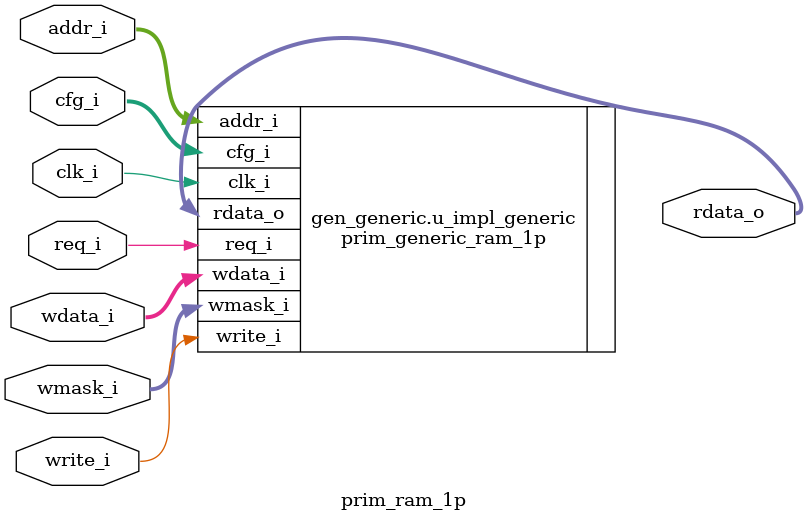
<source format=v>
module prim_ram_1p (
	clk_i,
	req_i,
	write_i,
	addr_i,
	wdata_i,
	wmask_i,
	rdata_o,
	cfg_i
);
	parameter signed [31:0] Width = 32;
	parameter signed [31:0] Depth = 128;
	parameter signed [31:0] DataBitsPerMask = 1;
	parameter MemInitFile = "";
	localparam signed [31:0] Aw = $clog2(Depth);
	input wire clk_i;
	input wire req_i;
	input wire write_i;
	input wire [Aw - 1:0] addr_i;
	input wire [Width - 1:0] wdata_i;
	input wire [Width - 1:0] wmask_i;
	output wire [Width - 1:0] rdata_o;
	input wire [9:0] cfg_i;
	localparam integer Impl = 32'sd1;
	generate
		if (Impl == 32'sd2) begin : gen_badbit
			prim_badbit_ram_1p #(
				.DataBitsPerMask(DataBitsPerMask),
				.Depth(Depth),
				.MemInitFile(MemInitFile),
				.Width(Width)
			) u_impl_badbit(
				.clk_i(clk_i),
				.req_i(req_i),
				.write_i(write_i),
				.addr_i(addr_i),
				.wdata_i(wdata_i),
				.wmask_i(wmask_i),
				.rdata_o(rdata_o)
			);
		end
		else begin : gen_generic
			prim_generic_ram_1p #(
				.DataBitsPerMask(DataBitsPerMask),
				.Depth(Depth),
				.MemInitFile(MemInitFile),
				.Width(Width)
			) u_impl_generic(
				.clk_i(clk_i),
				.req_i(req_i),
				.write_i(write_i),
				.addr_i(addr_i),
				.wdata_i(wdata_i),
				.wmask_i(wmask_i),
				.rdata_o(rdata_o),
				.cfg_i(cfg_i)
			);
		end
	endgenerate
endmodule

</source>
